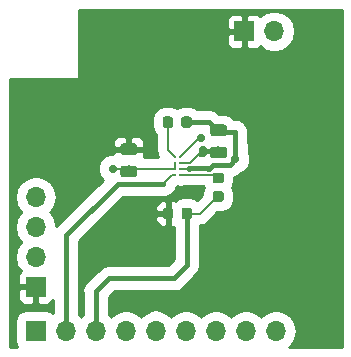
<source format=gbr>
G04 #@! TF.GenerationSoftware,KiCad,Pcbnew,(5.0.1)-3*
G04 #@! TF.CreationDate,2019-10-04T17:51:27-04:00*
G04 #@! TF.ProjectId,TPS62746,54505336323734362E6B696361645F70,rev?*
G04 #@! TF.SameCoordinates,Original*
G04 #@! TF.FileFunction,Copper,L1,Top,Signal*
G04 #@! TF.FilePolarity,Positive*
%FSLAX46Y46*%
G04 Gerber Fmt 4.6, Leading zero omitted, Abs format (unit mm)*
G04 Created by KiCad (PCBNEW (5.0.1)-3) date 10/4/2019 5:51:27 PM*
%MOMM*%
%LPD*%
G01*
G04 APERTURE LIST*
G04 #@! TA.AperFunction,Conductor*
%ADD10C,0.100000*%
G04 #@! TD*
G04 #@! TA.AperFunction,SMDPad,CuDef*
%ADD11C,0.975000*%
G04 #@! TD*
G04 #@! TA.AperFunction,SMDPad,CuDef*
%ADD12C,0.875000*%
G04 #@! TD*
G04 #@! TA.AperFunction,ComponentPad*
%ADD13R,1.700000X1.700000*%
G04 #@! TD*
G04 #@! TA.AperFunction,ComponentPad*
%ADD14O,1.700000X1.700000*%
G04 #@! TD*
G04 #@! TA.AperFunction,BGAPad,CuDef*
%ADD15C,0.265000*%
G04 #@! TD*
G04 #@! TA.AperFunction,ViaPad*
%ADD16C,0.700000*%
G04 #@! TD*
G04 #@! TA.AperFunction,Conductor*
%ADD17C,0.203200*%
G04 #@! TD*
G04 #@! TA.AperFunction,Conductor*
%ADD18C,0.457200*%
G04 #@! TD*
G04 #@! TA.AperFunction,Conductor*
%ADD19C,0.254000*%
G04 #@! TD*
G04 APERTURE END LIST*
D10*
G04 #@! TO.N,DGND*
G04 #@! TO.C,C1*
G36*
X188070142Y-74008674D02*
X188093803Y-74012184D01*
X188117007Y-74017996D01*
X188139529Y-74026054D01*
X188161153Y-74036282D01*
X188181670Y-74048579D01*
X188200883Y-74062829D01*
X188218607Y-74078893D01*
X188234671Y-74096617D01*
X188248921Y-74115830D01*
X188261218Y-74136347D01*
X188271446Y-74157971D01*
X188279504Y-74180493D01*
X188285316Y-74203697D01*
X188288826Y-74227358D01*
X188290000Y-74251250D01*
X188290000Y-74738750D01*
X188288826Y-74762642D01*
X188285316Y-74786303D01*
X188279504Y-74809507D01*
X188271446Y-74832029D01*
X188261218Y-74853653D01*
X188248921Y-74874170D01*
X188234671Y-74893383D01*
X188218607Y-74911107D01*
X188200883Y-74927171D01*
X188181670Y-74941421D01*
X188161153Y-74953718D01*
X188139529Y-74963946D01*
X188117007Y-74972004D01*
X188093803Y-74977816D01*
X188070142Y-74981326D01*
X188046250Y-74982500D01*
X187133750Y-74982500D01*
X187109858Y-74981326D01*
X187086197Y-74977816D01*
X187062993Y-74972004D01*
X187040471Y-74963946D01*
X187018847Y-74953718D01*
X186998330Y-74941421D01*
X186979117Y-74927171D01*
X186961393Y-74911107D01*
X186945329Y-74893383D01*
X186931079Y-74874170D01*
X186918782Y-74853653D01*
X186908554Y-74832029D01*
X186900496Y-74809507D01*
X186894684Y-74786303D01*
X186891174Y-74762642D01*
X186890000Y-74738750D01*
X186890000Y-74251250D01*
X186891174Y-74227358D01*
X186894684Y-74203697D01*
X186900496Y-74180493D01*
X186908554Y-74157971D01*
X186918782Y-74136347D01*
X186931079Y-74115830D01*
X186945329Y-74096617D01*
X186961393Y-74078893D01*
X186979117Y-74062829D01*
X186998330Y-74048579D01*
X187018847Y-74036282D01*
X187040471Y-74026054D01*
X187062993Y-74017996D01*
X187086197Y-74012184D01*
X187109858Y-74008674D01*
X187133750Y-74007500D01*
X188046250Y-74007500D01*
X188070142Y-74008674D01*
X188070142Y-74008674D01*
G37*
D11*
G04 #@! TD*
G04 #@! TO.P,C1,2*
G04 #@! TO.N,DGND*
X187590000Y-74495000D03*
D10*
G04 #@! TO.N,DVDD*
G04 #@! TO.C,C1*
G36*
X188070142Y-72133674D02*
X188093803Y-72137184D01*
X188117007Y-72142996D01*
X188139529Y-72151054D01*
X188161153Y-72161282D01*
X188181670Y-72173579D01*
X188200883Y-72187829D01*
X188218607Y-72203893D01*
X188234671Y-72221617D01*
X188248921Y-72240830D01*
X188261218Y-72261347D01*
X188271446Y-72282971D01*
X188279504Y-72305493D01*
X188285316Y-72328697D01*
X188288826Y-72352358D01*
X188290000Y-72376250D01*
X188290000Y-72863750D01*
X188288826Y-72887642D01*
X188285316Y-72911303D01*
X188279504Y-72934507D01*
X188271446Y-72957029D01*
X188261218Y-72978653D01*
X188248921Y-72999170D01*
X188234671Y-73018383D01*
X188218607Y-73036107D01*
X188200883Y-73052171D01*
X188181670Y-73066421D01*
X188161153Y-73078718D01*
X188139529Y-73088946D01*
X188117007Y-73097004D01*
X188093803Y-73102816D01*
X188070142Y-73106326D01*
X188046250Y-73107500D01*
X187133750Y-73107500D01*
X187109858Y-73106326D01*
X187086197Y-73102816D01*
X187062993Y-73097004D01*
X187040471Y-73088946D01*
X187018847Y-73078718D01*
X186998330Y-73066421D01*
X186979117Y-73052171D01*
X186961393Y-73036107D01*
X186945329Y-73018383D01*
X186931079Y-72999170D01*
X186918782Y-72978653D01*
X186908554Y-72957029D01*
X186900496Y-72934507D01*
X186894684Y-72911303D01*
X186891174Y-72887642D01*
X186890000Y-72863750D01*
X186890000Y-72376250D01*
X186891174Y-72352358D01*
X186894684Y-72328697D01*
X186900496Y-72305493D01*
X186908554Y-72282971D01*
X186918782Y-72261347D01*
X186931079Y-72240830D01*
X186945329Y-72221617D01*
X186961393Y-72203893D01*
X186979117Y-72187829D01*
X186998330Y-72173579D01*
X187018847Y-72161282D01*
X187040471Y-72151054D01*
X187062993Y-72142996D01*
X187086197Y-72137184D01*
X187109858Y-72133674D01*
X187133750Y-72132500D01*
X188046250Y-72132500D01*
X188070142Y-72133674D01*
X188070142Y-72133674D01*
G37*
D11*
G04 #@! TD*
G04 #@! TO.P,C1,1*
G04 #@! TO.N,DVDD*
X187590000Y-72620000D03*
D10*
G04 #@! TO.N,DGND*
G04 #@! TO.C,C2*
G36*
X180470142Y-73733674D02*
X180493803Y-73737184D01*
X180517007Y-73742996D01*
X180539529Y-73751054D01*
X180561153Y-73761282D01*
X180581670Y-73773579D01*
X180600883Y-73787829D01*
X180618607Y-73803893D01*
X180634671Y-73821617D01*
X180648921Y-73840830D01*
X180661218Y-73861347D01*
X180671446Y-73882971D01*
X180679504Y-73905493D01*
X180685316Y-73928697D01*
X180688826Y-73952358D01*
X180690000Y-73976250D01*
X180690000Y-74463750D01*
X180688826Y-74487642D01*
X180685316Y-74511303D01*
X180679504Y-74534507D01*
X180671446Y-74557029D01*
X180661218Y-74578653D01*
X180648921Y-74599170D01*
X180634671Y-74618383D01*
X180618607Y-74636107D01*
X180600883Y-74652171D01*
X180581670Y-74666421D01*
X180561153Y-74678718D01*
X180539529Y-74688946D01*
X180517007Y-74697004D01*
X180493803Y-74702816D01*
X180470142Y-74706326D01*
X180446250Y-74707500D01*
X179533750Y-74707500D01*
X179509858Y-74706326D01*
X179486197Y-74702816D01*
X179462993Y-74697004D01*
X179440471Y-74688946D01*
X179418847Y-74678718D01*
X179398330Y-74666421D01*
X179379117Y-74652171D01*
X179361393Y-74636107D01*
X179345329Y-74618383D01*
X179331079Y-74599170D01*
X179318782Y-74578653D01*
X179308554Y-74557029D01*
X179300496Y-74534507D01*
X179294684Y-74511303D01*
X179291174Y-74487642D01*
X179290000Y-74463750D01*
X179290000Y-73976250D01*
X179291174Y-73952358D01*
X179294684Y-73928697D01*
X179300496Y-73905493D01*
X179308554Y-73882971D01*
X179318782Y-73861347D01*
X179331079Y-73840830D01*
X179345329Y-73821617D01*
X179361393Y-73803893D01*
X179379117Y-73787829D01*
X179398330Y-73773579D01*
X179418847Y-73761282D01*
X179440471Y-73751054D01*
X179462993Y-73742996D01*
X179486197Y-73737184D01*
X179509858Y-73733674D01*
X179533750Y-73732500D01*
X180446250Y-73732500D01*
X180470142Y-73733674D01*
X180470142Y-73733674D01*
G37*
D11*
G04 #@! TD*
G04 #@! TO.P,C2,2*
G04 #@! TO.N,DGND*
X179990000Y-74220000D03*
D10*
G04 #@! TO.N,/LOAD_IN*
G04 #@! TO.C,C2*
G36*
X180470142Y-75608674D02*
X180493803Y-75612184D01*
X180517007Y-75617996D01*
X180539529Y-75626054D01*
X180561153Y-75636282D01*
X180581670Y-75648579D01*
X180600883Y-75662829D01*
X180618607Y-75678893D01*
X180634671Y-75696617D01*
X180648921Y-75715830D01*
X180661218Y-75736347D01*
X180671446Y-75757971D01*
X180679504Y-75780493D01*
X180685316Y-75803697D01*
X180688826Y-75827358D01*
X180690000Y-75851250D01*
X180690000Y-76338750D01*
X180688826Y-76362642D01*
X180685316Y-76386303D01*
X180679504Y-76409507D01*
X180671446Y-76432029D01*
X180661218Y-76453653D01*
X180648921Y-76474170D01*
X180634671Y-76493383D01*
X180618607Y-76511107D01*
X180600883Y-76527171D01*
X180581670Y-76541421D01*
X180561153Y-76553718D01*
X180539529Y-76563946D01*
X180517007Y-76572004D01*
X180493803Y-76577816D01*
X180470142Y-76581326D01*
X180446250Y-76582500D01*
X179533750Y-76582500D01*
X179509858Y-76581326D01*
X179486197Y-76577816D01*
X179462993Y-76572004D01*
X179440471Y-76563946D01*
X179418847Y-76553718D01*
X179398330Y-76541421D01*
X179379117Y-76527171D01*
X179361393Y-76511107D01*
X179345329Y-76493383D01*
X179331079Y-76474170D01*
X179318782Y-76453653D01*
X179308554Y-76432029D01*
X179300496Y-76409507D01*
X179294684Y-76386303D01*
X179291174Y-76362642D01*
X179290000Y-76338750D01*
X179290000Y-75851250D01*
X179291174Y-75827358D01*
X179294684Y-75803697D01*
X179300496Y-75780493D01*
X179308554Y-75757971D01*
X179318782Y-75736347D01*
X179331079Y-75715830D01*
X179345329Y-75696617D01*
X179361393Y-75678893D01*
X179379117Y-75662829D01*
X179398330Y-75648579D01*
X179418847Y-75636282D01*
X179440471Y-75626054D01*
X179462993Y-75617996D01*
X179486197Y-75612184D01*
X179509858Y-75608674D01*
X179533750Y-75607500D01*
X180446250Y-75607500D01*
X180470142Y-75608674D01*
X180470142Y-75608674D01*
G37*
D11*
G04 #@! TD*
G04 #@! TO.P,C2,1*
G04 #@! TO.N,/LOAD_IN*
X179990000Y-76095000D03*
D10*
G04 #@! TO.N,/AIN_BAT_DIV_VOLTAGE*
G04 #@! TO.C,R1*
G36*
X187837691Y-77791053D02*
X187858926Y-77794203D01*
X187879750Y-77799419D01*
X187899962Y-77806651D01*
X187919368Y-77815830D01*
X187937781Y-77826866D01*
X187955024Y-77839654D01*
X187970930Y-77854070D01*
X187985346Y-77869976D01*
X187998134Y-77887219D01*
X188009170Y-77905632D01*
X188018349Y-77925038D01*
X188025581Y-77945250D01*
X188030797Y-77966074D01*
X188033947Y-77987309D01*
X188035000Y-78008750D01*
X188035000Y-78446250D01*
X188033947Y-78467691D01*
X188030797Y-78488926D01*
X188025581Y-78509750D01*
X188018349Y-78529962D01*
X188009170Y-78549368D01*
X187998134Y-78567781D01*
X187985346Y-78585024D01*
X187970930Y-78600930D01*
X187955024Y-78615346D01*
X187937781Y-78628134D01*
X187919368Y-78639170D01*
X187899962Y-78648349D01*
X187879750Y-78655581D01*
X187858926Y-78660797D01*
X187837691Y-78663947D01*
X187816250Y-78665000D01*
X187303750Y-78665000D01*
X187282309Y-78663947D01*
X187261074Y-78660797D01*
X187240250Y-78655581D01*
X187220038Y-78648349D01*
X187200632Y-78639170D01*
X187182219Y-78628134D01*
X187164976Y-78615346D01*
X187149070Y-78600930D01*
X187134654Y-78585024D01*
X187121866Y-78567781D01*
X187110830Y-78549368D01*
X187101651Y-78529962D01*
X187094419Y-78509750D01*
X187089203Y-78488926D01*
X187086053Y-78467691D01*
X187085000Y-78446250D01*
X187085000Y-78008750D01*
X187086053Y-77987309D01*
X187089203Y-77966074D01*
X187094419Y-77945250D01*
X187101651Y-77925038D01*
X187110830Y-77905632D01*
X187121866Y-77887219D01*
X187134654Y-77869976D01*
X187149070Y-77854070D01*
X187164976Y-77839654D01*
X187182219Y-77826866D01*
X187200632Y-77815830D01*
X187220038Y-77806651D01*
X187240250Y-77799419D01*
X187261074Y-77794203D01*
X187282309Y-77791053D01*
X187303750Y-77790000D01*
X187816250Y-77790000D01*
X187837691Y-77791053D01*
X187837691Y-77791053D01*
G37*
D12*
G04 #@! TD*
G04 #@! TO.P,R1,2*
G04 #@! TO.N,/AIN_BAT_DIV_VOLTAGE*
X187560000Y-78227500D03*
D10*
G04 #@! TO.N,Net-(R1-Pad1)*
G04 #@! TO.C,R1*
G36*
X187837691Y-76216053D02*
X187858926Y-76219203D01*
X187879750Y-76224419D01*
X187899962Y-76231651D01*
X187919368Y-76240830D01*
X187937781Y-76251866D01*
X187955024Y-76264654D01*
X187970930Y-76279070D01*
X187985346Y-76294976D01*
X187998134Y-76312219D01*
X188009170Y-76330632D01*
X188018349Y-76350038D01*
X188025581Y-76370250D01*
X188030797Y-76391074D01*
X188033947Y-76412309D01*
X188035000Y-76433750D01*
X188035000Y-76871250D01*
X188033947Y-76892691D01*
X188030797Y-76913926D01*
X188025581Y-76934750D01*
X188018349Y-76954962D01*
X188009170Y-76974368D01*
X187998134Y-76992781D01*
X187985346Y-77010024D01*
X187970930Y-77025930D01*
X187955024Y-77040346D01*
X187937781Y-77053134D01*
X187919368Y-77064170D01*
X187899962Y-77073349D01*
X187879750Y-77080581D01*
X187858926Y-77085797D01*
X187837691Y-77088947D01*
X187816250Y-77090000D01*
X187303750Y-77090000D01*
X187282309Y-77088947D01*
X187261074Y-77085797D01*
X187240250Y-77080581D01*
X187220038Y-77073349D01*
X187200632Y-77064170D01*
X187182219Y-77053134D01*
X187164976Y-77040346D01*
X187149070Y-77025930D01*
X187134654Y-77010024D01*
X187121866Y-76992781D01*
X187110830Y-76974368D01*
X187101651Y-76954962D01*
X187094419Y-76934750D01*
X187089203Y-76913926D01*
X187086053Y-76892691D01*
X187085000Y-76871250D01*
X187085000Y-76433750D01*
X187086053Y-76412309D01*
X187089203Y-76391074D01*
X187094419Y-76370250D01*
X187101651Y-76350038D01*
X187110830Y-76330632D01*
X187121866Y-76312219D01*
X187134654Y-76294976D01*
X187149070Y-76279070D01*
X187164976Y-76264654D01*
X187182219Y-76251866D01*
X187200632Y-76240830D01*
X187220038Y-76231651D01*
X187240250Y-76224419D01*
X187261074Y-76219203D01*
X187282309Y-76216053D01*
X187303750Y-76215000D01*
X187816250Y-76215000D01*
X187837691Y-76216053D01*
X187837691Y-76216053D01*
G37*
D12*
G04 #@! TD*
G04 #@! TO.P,R1,1*
G04 #@! TO.N,Net-(R1-Pad1)*
X187560000Y-76652500D03*
D13*
G04 #@! TO.P,J3,1*
G04 #@! TO.N,Net-(J3-Pad1)*
X172130000Y-89620000D03*
D14*
G04 #@! TO.P,J3,2*
G04 #@! TO.N,/LOAD_SW_CTRL*
X174670000Y-89620000D03*
G04 #@! TO.P,J3,3*
G04 #@! TO.N,/AIN_BAT_DIV_VOLTAGE*
X177210000Y-89620000D03*
G04 #@! TO.P,J3,4*
G04 #@! TO.N,N/C*
X179750000Y-89620000D03*
G04 #@! TO.P,J3,5*
X182290000Y-89620000D03*
G04 #@! TO.P,J3,6*
X184830000Y-89620000D03*
G04 #@! TO.P,J3,7*
X187370000Y-89620000D03*
G04 #@! TO.P,J3,8*
X189910000Y-89620000D03*
G04 #@! TO.P,J3,9*
X192450000Y-89620000D03*
G04 #@! TD*
D10*
G04 #@! TO.N,DVDD*
G04 #@! TO.C,2.2uH1*
G36*
X185120191Y-71456053D02*
X185141426Y-71459203D01*
X185162250Y-71464419D01*
X185182462Y-71471651D01*
X185201868Y-71480830D01*
X185220281Y-71491866D01*
X185237524Y-71504654D01*
X185253430Y-71519070D01*
X185267846Y-71534976D01*
X185280634Y-71552219D01*
X185291670Y-71570632D01*
X185300849Y-71590038D01*
X185308081Y-71610250D01*
X185313297Y-71631074D01*
X185316447Y-71652309D01*
X185317500Y-71673750D01*
X185317500Y-72186250D01*
X185316447Y-72207691D01*
X185313297Y-72228926D01*
X185308081Y-72249750D01*
X185300849Y-72269962D01*
X185291670Y-72289368D01*
X185280634Y-72307781D01*
X185267846Y-72325024D01*
X185253430Y-72340930D01*
X185237524Y-72355346D01*
X185220281Y-72368134D01*
X185201868Y-72379170D01*
X185182462Y-72388349D01*
X185162250Y-72395581D01*
X185141426Y-72400797D01*
X185120191Y-72403947D01*
X185098750Y-72405000D01*
X184661250Y-72405000D01*
X184639809Y-72403947D01*
X184618574Y-72400797D01*
X184597750Y-72395581D01*
X184577538Y-72388349D01*
X184558132Y-72379170D01*
X184539719Y-72368134D01*
X184522476Y-72355346D01*
X184506570Y-72340930D01*
X184492154Y-72325024D01*
X184479366Y-72307781D01*
X184468330Y-72289368D01*
X184459151Y-72269962D01*
X184451919Y-72249750D01*
X184446703Y-72228926D01*
X184443553Y-72207691D01*
X184442500Y-72186250D01*
X184442500Y-71673750D01*
X184443553Y-71652309D01*
X184446703Y-71631074D01*
X184451919Y-71610250D01*
X184459151Y-71590038D01*
X184468330Y-71570632D01*
X184479366Y-71552219D01*
X184492154Y-71534976D01*
X184506570Y-71519070D01*
X184522476Y-71504654D01*
X184539719Y-71491866D01*
X184558132Y-71480830D01*
X184577538Y-71471651D01*
X184597750Y-71464419D01*
X184618574Y-71459203D01*
X184639809Y-71456053D01*
X184661250Y-71455000D01*
X185098750Y-71455000D01*
X185120191Y-71456053D01*
X185120191Y-71456053D01*
G37*
D12*
G04 #@! TD*
G04 #@! TO.P,2.2uH1,1*
G04 #@! TO.N,DVDD*
X184880000Y-71930000D03*
D10*
G04 #@! TO.N,Net-(2.2uH1-Pad2)*
G04 #@! TO.C,2.2uH1*
G36*
X183545191Y-71456053D02*
X183566426Y-71459203D01*
X183587250Y-71464419D01*
X183607462Y-71471651D01*
X183626868Y-71480830D01*
X183645281Y-71491866D01*
X183662524Y-71504654D01*
X183678430Y-71519070D01*
X183692846Y-71534976D01*
X183705634Y-71552219D01*
X183716670Y-71570632D01*
X183725849Y-71590038D01*
X183733081Y-71610250D01*
X183738297Y-71631074D01*
X183741447Y-71652309D01*
X183742500Y-71673750D01*
X183742500Y-72186250D01*
X183741447Y-72207691D01*
X183738297Y-72228926D01*
X183733081Y-72249750D01*
X183725849Y-72269962D01*
X183716670Y-72289368D01*
X183705634Y-72307781D01*
X183692846Y-72325024D01*
X183678430Y-72340930D01*
X183662524Y-72355346D01*
X183645281Y-72368134D01*
X183626868Y-72379170D01*
X183607462Y-72388349D01*
X183587250Y-72395581D01*
X183566426Y-72400797D01*
X183545191Y-72403947D01*
X183523750Y-72405000D01*
X183086250Y-72405000D01*
X183064809Y-72403947D01*
X183043574Y-72400797D01*
X183022750Y-72395581D01*
X183002538Y-72388349D01*
X182983132Y-72379170D01*
X182964719Y-72368134D01*
X182947476Y-72355346D01*
X182931570Y-72340930D01*
X182917154Y-72325024D01*
X182904366Y-72307781D01*
X182893330Y-72289368D01*
X182884151Y-72269962D01*
X182876919Y-72249750D01*
X182871703Y-72228926D01*
X182868553Y-72207691D01*
X182867500Y-72186250D01*
X182867500Y-71673750D01*
X182868553Y-71652309D01*
X182871703Y-71631074D01*
X182876919Y-71610250D01*
X182884151Y-71590038D01*
X182893330Y-71570632D01*
X182904366Y-71552219D01*
X182917154Y-71534976D01*
X182931570Y-71519070D01*
X182947476Y-71504654D01*
X182964719Y-71491866D01*
X182983132Y-71480830D01*
X183002538Y-71471651D01*
X183022750Y-71464419D01*
X183043574Y-71459203D01*
X183064809Y-71456053D01*
X183086250Y-71455000D01*
X183523750Y-71455000D01*
X183545191Y-71456053D01*
X183545191Y-71456053D01*
G37*
D12*
G04 #@! TD*
G04 #@! TO.P,2.2uH1,2*
G04 #@! TO.N,Net-(2.2uH1-Pad2)*
X183305000Y-71930000D03*
D10*
G04 #@! TO.N,DGND*
G04 #@! TO.C,R2*
G36*
X183562691Y-79196053D02*
X183583926Y-79199203D01*
X183604750Y-79204419D01*
X183624962Y-79211651D01*
X183644368Y-79220830D01*
X183662781Y-79231866D01*
X183680024Y-79244654D01*
X183695930Y-79259070D01*
X183710346Y-79274976D01*
X183723134Y-79292219D01*
X183734170Y-79310632D01*
X183743349Y-79330038D01*
X183750581Y-79350250D01*
X183755797Y-79371074D01*
X183758947Y-79392309D01*
X183760000Y-79413750D01*
X183760000Y-79926250D01*
X183758947Y-79947691D01*
X183755797Y-79968926D01*
X183750581Y-79989750D01*
X183743349Y-80009962D01*
X183734170Y-80029368D01*
X183723134Y-80047781D01*
X183710346Y-80065024D01*
X183695930Y-80080930D01*
X183680024Y-80095346D01*
X183662781Y-80108134D01*
X183644368Y-80119170D01*
X183624962Y-80128349D01*
X183604750Y-80135581D01*
X183583926Y-80140797D01*
X183562691Y-80143947D01*
X183541250Y-80145000D01*
X183103750Y-80145000D01*
X183082309Y-80143947D01*
X183061074Y-80140797D01*
X183040250Y-80135581D01*
X183020038Y-80128349D01*
X183000632Y-80119170D01*
X182982219Y-80108134D01*
X182964976Y-80095346D01*
X182949070Y-80080930D01*
X182934654Y-80065024D01*
X182921866Y-80047781D01*
X182910830Y-80029368D01*
X182901651Y-80009962D01*
X182894419Y-79989750D01*
X182889203Y-79968926D01*
X182886053Y-79947691D01*
X182885000Y-79926250D01*
X182885000Y-79413750D01*
X182886053Y-79392309D01*
X182889203Y-79371074D01*
X182894419Y-79350250D01*
X182901651Y-79330038D01*
X182910830Y-79310632D01*
X182921866Y-79292219D01*
X182934654Y-79274976D01*
X182949070Y-79259070D01*
X182964976Y-79244654D01*
X182982219Y-79231866D01*
X183000632Y-79220830D01*
X183020038Y-79211651D01*
X183040250Y-79204419D01*
X183061074Y-79199203D01*
X183082309Y-79196053D01*
X183103750Y-79195000D01*
X183541250Y-79195000D01*
X183562691Y-79196053D01*
X183562691Y-79196053D01*
G37*
D12*
G04 #@! TD*
G04 #@! TO.P,R2,1*
G04 #@! TO.N,DGND*
X183322500Y-79670000D03*
D10*
G04 #@! TO.N,/AIN_BAT_DIV_VOLTAGE*
G04 #@! TO.C,R2*
G36*
X185137691Y-79196053D02*
X185158926Y-79199203D01*
X185179750Y-79204419D01*
X185199962Y-79211651D01*
X185219368Y-79220830D01*
X185237781Y-79231866D01*
X185255024Y-79244654D01*
X185270930Y-79259070D01*
X185285346Y-79274976D01*
X185298134Y-79292219D01*
X185309170Y-79310632D01*
X185318349Y-79330038D01*
X185325581Y-79350250D01*
X185330797Y-79371074D01*
X185333947Y-79392309D01*
X185335000Y-79413750D01*
X185335000Y-79926250D01*
X185333947Y-79947691D01*
X185330797Y-79968926D01*
X185325581Y-79989750D01*
X185318349Y-80009962D01*
X185309170Y-80029368D01*
X185298134Y-80047781D01*
X185285346Y-80065024D01*
X185270930Y-80080930D01*
X185255024Y-80095346D01*
X185237781Y-80108134D01*
X185219368Y-80119170D01*
X185199962Y-80128349D01*
X185179750Y-80135581D01*
X185158926Y-80140797D01*
X185137691Y-80143947D01*
X185116250Y-80145000D01*
X184678750Y-80145000D01*
X184657309Y-80143947D01*
X184636074Y-80140797D01*
X184615250Y-80135581D01*
X184595038Y-80128349D01*
X184575632Y-80119170D01*
X184557219Y-80108134D01*
X184539976Y-80095346D01*
X184524070Y-80080930D01*
X184509654Y-80065024D01*
X184496866Y-80047781D01*
X184485830Y-80029368D01*
X184476651Y-80009962D01*
X184469419Y-79989750D01*
X184464203Y-79968926D01*
X184461053Y-79947691D01*
X184460000Y-79926250D01*
X184460000Y-79413750D01*
X184461053Y-79392309D01*
X184464203Y-79371074D01*
X184469419Y-79350250D01*
X184476651Y-79330038D01*
X184485830Y-79310632D01*
X184496866Y-79292219D01*
X184509654Y-79274976D01*
X184524070Y-79259070D01*
X184539976Y-79244654D01*
X184557219Y-79231866D01*
X184575632Y-79220830D01*
X184595038Y-79211651D01*
X184615250Y-79204419D01*
X184636074Y-79199203D01*
X184657309Y-79196053D01*
X184678750Y-79195000D01*
X185116250Y-79195000D01*
X185137691Y-79196053D01*
X185137691Y-79196053D01*
G37*
D12*
G04 #@! TD*
G04 #@! TO.P,R2,2*
G04 #@! TO.N,/AIN_BAT_DIV_VOLTAGE*
X184897500Y-79670000D03*
D15*
G04 #@! TO.P,U1,D2*
G04 #@! TO.N,Net-(R1-Pad1)*
X184370000Y-76370000D03*
G04 #@! TO.P,U1,D1*
G04 #@! TO.N,/LOAD_SW_CTRL*
X183870000Y-76370000D03*
G04 #@! TO.P,U1,C1*
G04 #@! TO.N,/LOAD_IN*
X183870000Y-75870000D03*
G04 #@! TO.P,U1,C2*
G04 #@! TO.N,DVDD*
X184370000Y-75870000D03*
G04 #@! TO.P,U1,B2*
G04 #@! TO.N,DGND*
X184370000Y-75370000D03*
G04 #@! TO.P,U1,B1*
G04 #@! TO.N,/LOAD_IN*
X183870000Y-75370000D03*
G04 #@! TO.P,U1,A1*
G04 #@! TO.N,Net-(2.2uH1-Pad2)*
X183870000Y-74870000D03*
G04 #@! TO.P,U1,A2*
G04 #@! TO.N,/LOAD_IN*
X184370000Y-74870000D03*
G04 #@! TD*
D13*
G04 #@! TO.P,J1,1*
G04 #@! TO.N,DGND*
X172120000Y-85890000D03*
D14*
G04 #@! TO.P,J1,2*
G04 #@! TO.N,DVDD*
X172120000Y-83350000D03*
G04 #@! TO.P,J1,3*
G04 #@! TO.N,N/C*
X172120000Y-80810000D03*
G04 #@! TO.P,J1,4*
X172120000Y-78270000D03*
G04 #@! TD*
D13*
G04 #@! TO.P,J2,1*
G04 #@! TO.N,DGND*
X189770000Y-64240000D03*
D14*
G04 #@! TO.P,J2,2*
G04 #@! TO.N,/LOAD_IN*
X192310000Y-64240000D03*
G04 #@! TD*
D16*
G04 #@! TO.N,DGND*
X186260000Y-74320000D03*
X180110000Y-79410000D03*
G04 #@! TO.N,/LOAD_IN*
X186110000Y-73300000D03*
X178640000Y-75880000D03*
G04 #@! TO.N,DVDD*
X189030000Y-75080000D03*
G04 #@! TD*
D17*
G04 #@! TO.N,*
X182290000Y-88730000D02*
X182290000Y-89620000D01*
G04 #@! TO.N,Net-(2.2uH1-Pad2)*
X183310000Y-74310000D02*
X183870000Y-74870000D01*
X183310000Y-72830000D02*
X183310000Y-74310000D01*
X183305000Y-72825000D02*
X183305000Y-71930000D01*
X183310000Y-72830000D02*
X183305000Y-72825000D01*
D18*
G04 #@! TO.N,DGND*
X187590000Y-74345000D02*
X186285000Y-74345000D01*
X186285000Y-74345000D02*
X186260000Y-74320000D01*
D17*
X185210000Y-75370000D02*
X186260000Y-74320000D01*
X184370000Y-75370000D02*
X185210000Y-75370000D01*
G04 #@! TO.N,/LOAD_IN*
X180065000Y-75870000D02*
X179990000Y-75945000D01*
X183870000Y-75870000D02*
X180065000Y-75870000D01*
X184370000Y-74870000D02*
X185940000Y-73300000D01*
X185940000Y-73300000D02*
X186110000Y-73300000D01*
X179925000Y-75880000D02*
X179990000Y-75945000D01*
X178640000Y-75880000D02*
X179925000Y-75880000D01*
X183870000Y-75370000D02*
X183870000Y-75870000D01*
G04 #@! TO.N,/AIN_BAT_DIV_VOLTAGE*
X186007500Y-79670000D02*
X184897500Y-79670000D01*
X187610000Y-78067500D02*
X186007500Y-79670000D01*
D18*
X184897500Y-80245000D02*
X184910000Y-80257500D01*
X184897500Y-79670000D02*
X184897500Y-80245000D01*
X184910000Y-80257500D02*
X184910000Y-84020000D01*
X184910000Y-84020000D02*
X183790000Y-85140000D01*
X183790000Y-85140000D02*
X178340000Y-85140000D01*
X177210000Y-86270000D02*
X177210000Y-89620000D01*
X178340000Y-85140000D02*
X177210000Y-86270000D01*
D17*
G04 #@! TO.N,/LOAD_SW_CTRL*
X183682617Y-76370000D02*
X182912617Y-77140000D01*
X183870000Y-76370000D02*
X183682617Y-76370000D01*
D18*
X179970000Y-77140000D02*
X179060000Y-77140000D01*
X174670000Y-81530000D02*
X174670000Y-89620000D01*
X179060000Y-77140000D02*
X174670000Y-81530000D01*
X179970000Y-77140000D02*
X182912617Y-77140000D01*
D17*
G04 #@! TO.N,Net-(R1-Pad1)*
X187487500Y-76370000D02*
X187610000Y-76492500D01*
X184370000Y-76370000D02*
X187487500Y-76370000D01*
G04 #@! TO.N,DVDD*
X187590000Y-72770000D02*
X188165000Y-72770000D01*
D18*
X186750000Y-71930000D02*
X187590000Y-72770000D01*
X184880000Y-71930000D02*
X186750000Y-71930000D01*
D17*
X184370000Y-75870000D02*
X185110000Y-75870000D01*
D18*
X186722610Y-75852610D02*
X185127390Y-75852610D01*
X186740000Y-75870000D02*
X186722610Y-75852610D01*
X186747513Y-75870000D02*
X186740000Y-75870000D01*
X187097513Y-75520000D02*
X186747513Y-75870000D01*
X185127390Y-75852610D02*
X185110000Y-75870000D01*
X189030000Y-75080000D02*
X188970000Y-72770000D01*
X188970000Y-72770000D02*
X187590000Y-72770000D01*
X189030000Y-75080000D02*
X188590000Y-75520000D01*
X188590000Y-75520000D02*
X187097513Y-75520000D01*
G04 #@! TD*
D19*
G04 #@! TO.N,DGND*
G36*
X198011001Y-90971000D02*
X193558203Y-90971000D01*
X193703749Y-90873749D01*
X194088102Y-90298524D01*
X194223069Y-89620000D01*
X194088102Y-88941476D01*
X193703749Y-88366251D01*
X193128524Y-87981898D01*
X192621276Y-87881000D01*
X192278724Y-87881000D01*
X191771476Y-87981898D01*
X191196251Y-88366251D01*
X191180000Y-88390572D01*
X191163749Y-88366251D01*
X190588524Y-87981898D01*
X190081276Y-87881000D01*
X189738724Y-87881000D01*
X189231476Y-87981898D01*
X188656251Y-88366251D01*
X188640000Y-88390572D01*
X188623749Y-88366251D01*
X188048524Y-87981898D01*
X187541276Y-87881000D01*
X187198724Y-87881000D01*
X186691476Y-87981898D01*
X186116251Y-88366251D01*
X186100000Y-88390572D01*
X186083749Y-88366251D01*
X185508524Y-87981898D01*
X185001276Y-87881000D01*
X184658724Y-87881000D01*
X184151476Y-87981898D01*
X183576251Y-88366251D01*
X183560000Y-88390572D01*
X183543749Y-88366251D01*
X182968524Y-87981898D01*
X182947017Y-87977620D01*
X182676512Y-87796875D01*
X182290000Y-87719993D01*
X181903487Y-87796875D01*
X181632983Y-87977620D01*
X181611476Y-87981898D01*
X181036251Y-88366251D01*
X181020000Y-88390572D01*
X181003749Y-88366251D01*
X180428524Y-87981898D01*
X179921276Y-87881000D01*
X179578724Y-87881000D01*
X179071476Y-87981898D01*
X178496251Y-88366251D01*
X178480000Y-88390572D01*
X178463749Y-88366251D01*
X178327600Y-88275279D01*
X178327600Y-86732924D01*
X178802925Y-86257600D01*
X183679927Y-86257600D01*
X183790000Y-86279495D01*
X183900073Y-86257600D01*
X184226066Y-86192756D01*
X184595745Y-85945745D01*
X184658100Y-85852425D01*
X185622427Y-84888098D01*
X185715745Y-84825745D01*
X185962756Y-84456066D01*
X186027600Y-84130073D01*
X186049495Y-84020001D01*
X186027600Y-83909929D01*
X186027600Y-80676009D01*
X186105065Y-80660600D01*
X186105066Y-80660600D01*
X186394013Y-80603125D01*
X186721683Y-80384183D01*
X186776952Y-80301467D01*
X187507003Y-79571416D01*
X187816250Y-79571416D01*
X188246832Y-79485768D01*
X188611863Y-79241863D01*
X188855768Y-78876832D01*
X188941416Y-78446250D01*
X188941416Y-78008750D01*
X188855768Y-77578168D01*
X188763447Y-77440000D01*
X188855768Y-77301832D01*
X188941416Y-76871250D01*
X188941416Y-76589594D01*
X189026066Y-76572756D01*
X189395745Y-76325745D01*
X189447628Y-76248096D01*
X189731837Y-76130373D01*
X190080373Y-75781837D01*
X190269000Y-75326452D01*
X190269000Y-74833548D01*
X190133050Y-74505337D01*
X190090462Y-72865685D01*
X190109495Y-72770000D01*
X190084745Y-72645573D01*
X190084365Y-72630946D01*
X190063297Y-72537749D01*
X190022756Y-72333934D01*
X190014395Y-72321422D01*
X190011078Y-72306746D01*
X189891206Y-72137055D01*
X189775745Y-71964255D01*
X189763231Y-71955893D01*
X189754551Y-71943606D01*
X189578872Y-71832709D01*
X189406066Y-71717244D01*
X189391305Y-71714308D01*
X189378583Y-71706277D01*
X189173826Y-71671049D01*
X189080073Y-71652400D01*
X189065435Y-71652400D01*
X188940413Y-71630890D01*
X188909586Y-71637859D01*
X188859540Y-71562960D01*
X188486399Y-71313635D01*
X188046250Y-71226084D01*
X187626608Y-71226084D01*
X187618100Y-71217575D01*
X187555745Y-71124255D01*
X187186066Y-70877244D01*
X186860073Y-70812400D01*
X186750000Y-70790505D01*
X186639927Y-70812400D01*
X185795980Y-70812400D01*
X185529332Y-70634232D01*
X185098750Y-70548584D01*
X184661250Y-70548584D01*
X184230668Y-70634232D01*
X184092500Y-70726553D01*
X183954332Y-70634232D01*
X183523750Y-70548584D01*
X183086250Y-70548584D01*
X182655668Y-70634232D01*
X182290637Y-70878137D01*
X182046732Y-71243168D01*
X181961084Y-71673750D01*
X181961084Y-72186250D01*
X182046732Y-72616832D01*
X182290637Y-72981863D01*
X182319400Y-73001082D01*
X182319401Y-74212431D01*
X182299993Y-74310000D01*
X182368003Y-74651904D01*
X182376876Y-74696513D01*
X182499077Y-74879400D01*
X181306116Y-74879400D01*
X181325000Y-74833809D01*
X181325000Y-74505750D01*
X181166250Y-74347000D01*
X180117000Y-74347000D01*
X180117000Y-74367000D01*
X179863000Y-74367000D01*
X179863000Y-74347000D01*
X178813750Y-74347000D01*
X178655000Y-74505750D01*
X178655000Y-74641000D01*
X178393548Y-74641000D01*
X177938163Y-74829627D01*
X177589627Y-75178163D01*
X177401000Y-75633548D01*
X177401000Y-76126452D01*
X177589627Y-76581837D01*
X177813633Y-76805843D01*
X173957576Y-80661900D01*
X173874634Y-80717320D01*
X173758102Y-80131476D01*
X173373749Y-79556251D01*
X173349428Y-79540000D01*
X173373749Y-79523749D01*
X173758102Y-78948524D01*
X173893069Y-78270000D01*
X173758102Y-77591476D01*
X173373749Y-77016251D01*
X172798524Y-76631898D01*
X172291276Y-76531000D01*
X171948724Y-76531000D01*
X171441476Y-76631898D01*
X170866251Y-77016251D01*
X170481898Y-77591476D01*
X170346931Y-78270000D01*
X170481898Y-78948524D01*
X170866251Y-79523749D01*
X170890572Y-79540000D01*
X170866251Y-79556251D01*
X170481898Y-80131476D01*
X170346931Y-80810000D01*
X170481898Y-81488524D01*
X170866251Y-82063749D01*
X170890572Y-82080000D01*
X170866251Y-82096251D01*
X170481898Y-82671476D01*
X170346931Y-83350000D01*
X170481898Y-84028524D01*
X170843009Y-84568965D01*
X170731673Y-84680301D01*
X170635000Y-84913690D01*
X170635000Y-85604250D01*
X170793750Y-85763000D01*
X171993000Y-85763000D01*
X171993000Y-85743000D01*
X172247000Y-85743000D01*
X172247000Y-85763000D01*
X172267000Y-85763000D01*
X172267000Y-86017000D01*
X172247000Y-86017000D01*
X172247000Y-87216250D01*
X172405750Y-87375000D01*
X173096309Y-87375000D01*
X173329698Y-87278327D01*
X173508327Y-87099699D01*
X173552401Y-86993296D01*
X173552401Y-88083275D01*
X173326870Y-87932581D01*
X172980000Y-87863584D01*
X171280000Y-87863584D01*
X170933130Y-87932581D01*
X170639067Y-88129067D01*
X170442581Y-88423130D01*
X170373584Y-88770000D01*
X170373584Y-90470000D01*
X170442581Y-90816870D01*
X170545567Y-90971000D01*
X169929000Y-90971000D01*
X169929000Y-86175750D01*
X170635000Y-86175750D01*
X170635000Y-86866310D01*
X170731673Y-87099699D01*
X170910302Y-87278327D01*
X171143691Y-87375000D01*
X171834250Y-87375000D01*
X171993000Y-87216250D01*
X171993000Y-86017000D01*
X170793750Y-86017000D01*
X170635000Y-86175750D01*
X169929000Y-86175750D01*
X169929000Y-73606191D01*
X178655000Y-73606191D01*
X178655000Y-73934250D01*
X178813750Y-74093000D01*
X179863000Y-74093000D01*
X179863000Y-73256250D01*
X180117000Y-73256250D01*
X180117000Y-74093000D01*
X181166250Y-74093000D01*
X181325000Y-73934250D01*
X181325000Y-73606191D01*
X181228327Y-73372802D01*
X181049699Y-73194173D01*
X180816310Y-73097500D01*
X180275750Y-73097500D01*
X180117000Y-73256250D01*
X179863000Y-73256250D01*
X179704250Y-73097500D01*
X179163690Y-73097500D01*
X178930301Y-73194173D01*
X178751673Y-73372802D01*
X178655000Y-73606191D01*
X169929000Y-73606191D01*
X169929000Y-68268349D01*
X175629807Y-68277000D01*
X175678423Y-68267406D01*
X175719666Y-68239939D01*
X175747259Y-68198779D01*
X175757000Y-68150000D01*
X175757000Y-64525750D01*
X188285000Y-64525750D01*
X188285000Y-65216309D01*
X188381673Y-65449698D01*
X188560301Y-65628327D01*
X188793690Y-65725000D01*
X189484250Y-65725000D01*
X189643000Y-65566250D01*
X189643000Y-64367000D01*
X188443750Y-64367000D01*
X188285000Y-64525750D01*
X175757000Y-64525750D01*
X175757000Y-63263691D01*
X188285000Y-63263691D01*
X188285000Y-63954250D01*
X188443750Y-64113000D01*
X189643000Y-64113000D01*
X189643000Y-62913750D01*
X189897000Y-62913750D01*
X189897000Y-64113000D01*
X189917000Y-64113000D01*
X189917000Y-64367000D01*
X189897000Y-64367000D01*
X189897000Y-65566250D01*
X190055750Y-65725000D01*
X190746310Y-65725000D01*
X190979699Y-65628327D01*
X191091035Y-65516991D01*
X191631476Y-65878102D01*
X192138724Y-65979000D01*
X192481276Y-65979000D01*
X192988524Y-65878102D01*
X193563749Y-65493749D01*
X193948102Y-64918524D01*
X194083069Y-64240000D01*
X193948102Y-63561476D01*
X193563749Y-62986251D01*
X192988524Y-62601898D01*
X192481276Y-62501000D01*
X192138724Y-62501000D01*
X191631476Y-62601898D01*
X191091035Y-62963009D01*
X190979699Y-62851673D01*
X190746310Y-62755000D01*
X190055750Y-62755000D01*
X189897000Y-62913750D01*
X189643000Y-62913750D01*
X189484250Y-62755000D01*
X188793690Y-62755000D01*
X188560301Y-62851673D01*
X188381673Y-63030302D01*
X188285000Y-63263691D01*
X175757000Y-63263691D01*
X175757000Y-62439000D01*
X198011000Y-62439000D01*
X198011001Y-90971000D01*
X198011001Y-90971000D01*
G37*
X198011001Y-90971000D02*
X193558203Y-90971000D01*
X193703749Y-90873749D01*
X194088102Y-90298524D01*
X194223069Y-89620000D01*
X194088102Y-88941476D01*
X193703749Y-88366251D01*
X193128524Y-87981898D01*
X192621276Y-87881000D01*
X192278724Y-87881000D01*
X191771476Y-87981898D01*
X191196251Y-88366251D01*
X191180000Y-88390572D01*
X191163749Y-88366251D01*
X190588524Y-87981898D01*
X190081276Y-87881000D01*
X189738724Y-87881000D01*
X189231476Y-87981898D01*
X188656251Y-88366251D01*
X188640000Y-88390572D01*
X188623749Y-88366251D01*
X188048524Y-87981898D01*
X187541276Y-87881000D01*
X187198724Y-87881000D01*
X186691476Y-87981898D01*
X186116251Y-88366251D01*
X186100000Y-88390572D01*
X186083749Y-88366251D01*
X185508524Y-87981898D01*
X185001276Y-87881000D01*
X184658724Y-87881000D01*
X184151476Y-87981898D01*
X183576251Y-88366251D01*
X183560000Y-88390572D01*
X183543749Y-88366251D01*
X182968524Y-87981898D01*
X182947017Y-87977620D01*
X182676512Y-87796875D01*
X182290000Y-87719993D01*
X181903487Y-87796875D01*
X181632983Y-87977620D01*
X181611476Y-87981898D01*
X181036251Y-88366251D01*
X181020000Y-88390572D01*
X181003749Y-88366251D01*
X180428524Y-87981898D01*
X179921276Y-87881000D01*
X179578724Y-87881000D01*
X179071476Y-87981898D01*
X178496251Y-88366251D01*
X178480000Y-88390572D01*
X178463749Y-88366251D01*
X178327600Y-88275279D01*
X178327600Y-86732924D01*
X178802925Y-86257600D01*
X183679927Y-86257600D01*
X183790000Y-86279495D01*
X183900073Y-86257600D01*
X184226066Y-86192756D01*
X184595745Y-85945745D01*
X184658100Y-85852425D01*
X185622427Y-84888098D01*
X185715745Y-84825745D01*
X185962756Y-84456066D01*
X186027600Y-84130073D01*
X186049495Y-84020001D01*
X186027600Y-83909929D01*
X186027600Y-80676009D01*
X186105065Y-80660600D01*
X186105066Y-80660600D01*
X186394013Y-80603125D01*
X186721683Y-80384183D01*
X186776952Y-80301467D01*
X187507003Y-79571416D01*
X187816250Y-79571416D01*
X188246832Y-79485768D01*
X188611863Y-79241863D01*
X188855768Y-78876832D01*
X188941416Y-78446250D01*
X188941416Y-78008750D01*
X188855768Y-77578168D01*
X188763447Y-77440000D01*
X188855768Y-77301832D01*
X188941416Y-76871250D01*
X188941416Y-76589594D01*
X189026066Y-76572756D01*
X189395745Y-76325745D01*
X189447628Y-76248096D01*
X189731837Y-76130373D01*
X190080373Y-75781837D01*
X190269000Y-75326452D01*
X190269000Y-74833548D01*
X190133050Y-74505337D01*
X190090462Y-72865685D01*
X190109495Y-72770000D01*
X190084745Y-72645573D01*
X190084365Y-72630946D01*
X190063297Y-72537749D01*
X190022756Y-72333934D01*
X190014395Y-72321422D01*
X190011078Y-72306746D01*
X189891206Y-72137055D01*
X189775745Y-71964255D01*
X189763231Y-71955893D01*
X189754551Y-71943606D01*
X189578872Y-71832709D01*
X189406066Y-71717244D01*
X189391305Y-71714308D01*
X189378583Y-71706277D01*
X189173826Y-71671049D01*
X189080073Y-71652400D01*
X189065435Y-71652400D01*
X188940413Y-71630890D01*
X188909586Y-71637859D01*
X188859540Y-71562960D01*
X188486399Y-71313635D01*
X188046250Y-71226084D01*
X187626608Y-71226084D01*
X187618100Y-71217575D01*
X187555745Y-71124255D01*
X187186066Y-70877244D01*
X186860073Y-70812400D01*
X186750000Y-70790505D01*
X186639927Y-70812400D01*
X185795980Y-70812400D01*
X185529332Y-70634232D01*
X185098750Y-70548584D01*
X184661250Y-70548584D01*
X184230668Y-70634232D01*
X184092500Y-70726553D01*
X183954332Y-70634232D01*
X183523750Y-70548584D01*
X183086250Y-70548584D01*
X182655668Y-70634232D01*
X182290637Y-70878137D01*
X182046732Y-71243168D01*
X181961084Y-71673750D01*
X181961084Y-72186250D01*
X182046732Y-72616832D01*
X182290637Y-72981863D01*
X182319400Y-73001082D01*
X182319401Y-74212431D01*
X182299993Y-74310000D01*
X182368003Y-74651904D01*
X182376876Y-74696513D01*
X182499077Y-74879400D01*
X181306116Y-74879400D01*
X181325000Y-74833809D01*
X181325000Y-74505750D01*
X181166250Y-74347000D01*
X180117000Y-74347000D01*
X180117000Y-74367000D01*
X179863000Y-74367000D01*
X179863000Y-74347000D01*
X178813750Y-74347000D01*
X178655000Y-74505750D01*
X178655000Y-74641000D01*
X178393548Y-74641000D01*
X177938163Y-74829627D01*
X177589627Y-75178163D01*
X177401000Y-75633548D01*
X177401000Y-76126452D01*
X177589627Y-76581837D01*
X177813633Y-76805843D01*
X173957576Y-80661900D01*
X173874634Y-80717320D01*
X173758102Y-80131476D01*
X173373749Y-79556251D01*
X173349428Y-79540000D01*
X173373749Y-79523749D01*
X173758102Y-78948524D01*
X173893069Y-78270000D01*
X173758102Y-77591476D01*
X173373749Y-77016251D01*
X172798524Y-76631898D01*
X172291276Y-76531000D01*
X171948724Y-76531000D01*
X171441476Y-76631898D01*
X170866251Y-77016251D01*
X170481898Y-77591476D01*
X170346931Y-78270000D01*
X170481898Y-78948524D01*
X170866251Y-79523749D01*
X170890572Y-79540000D01*
X170866251Y-79556251D01*
X170481898Y-80131476D01*
X170346931Y-80810000D01*
X170481898Y-81488524D01*
X170866251Y-82063749D01*
X170890572Y-82080000D01*
X170866251Y-82096251D01*
X170481898Y-82671476D01*
X170346931Y-83350000D01*
X170481898Y-84028524D01*
X170843009Y-84568965D01*
X170731673Y-84680301D01*
X170635000Y-84913690D01*
X170635000Y-85604250D01*
X170793750Y-85763000D01*
X171993000Y-85763000D01*
X171993000Y-85743000D01*
X172247000Y-85743000D01*
X172247000Y-85763000D01*
X172267000Y-85763000D01*
X172267000Y-86017000D01*
X172247000Y-86017000D01*
X172247000Y-87216250D01*
X172405750Y-87375000D01*
X173096309Y-87375000D01*
X173329698Y-87278327D01*
X173508327Y-87099699D01*
X173552401Y-86993296D01*
X173552401Y-88083275D01*
X173326870Y-87932581D01*
X172980000Y-87863584D01*
X171280000Y-87863584D01*
X170933130Y-87932581D01*
X170639067Y-88129067D01*
X170442581Y-88423130D01*
X170373584Y-88770000D01*
X170373584Y-90470000D01*
X170442581Y-90816870D01*
X170545567Y-90971000D01*
X169929000Y-90971000D01*
X169929000Y-86175750D01*
X170635000Y-86175750D01*
X170635000Y-86866310D01*
X170731673Y-87099699D01*
X170910302Y-87278327D01*
X171143691Y-87375000D01*
X171834250Y-87375000D01*
X171993000Y-87216250D01*
X171993000Y-86017000D01*
X170793750Y-86017000D01*
X170635000Y-86175750D01*
X169929000Y-86175750D01*
X169929000Y-73606191D01*
X178655000Y-73606191D01*
X178655000Y-73934250D01*
X178813750Y-74093000D01*
X179863000Y-74093000D01*
X179863000Y-73256250D01*
X180117000Y-73256250D01*
X180117000Y-74093000D01*
X181166250Y-74093000D01*
X181325000Y-73934250D01*
X181325000Y-73606191D01*
X181228327Y-73372802D01*
X181049699Y-73194173D01*
X180816310Y-73097500D01*
X180275750Y-73097500D01*
X180117000Y-73256250D01*
X179863000Y-73256250D01*
X179704250Y-73097500D01*
X179163690Y-73097500D01*
X178930301Y-73194173D01*
X178751673Y-73372802D01*
X178655000Y-73606191D01*
X169929000Y-73606191D01*
X169929000Y-68268349D01*
X175629807Y-68277000D01*
X175678423Y-68267406D01*
X175719666Y-68239939D01*
X175747259Y-68198779D01*
X175757000Y-68150000D01*
X175757000Y-64525750D01*
X188285000Y-64525750D01*
X188285000Y-65216309D01*
X188381673Y-65449698D01*
X188560301Y-65628327D01*
X188793690Y-65725000D01*
X189484250Y-65725000D01*
X189643000Y-65566250D01*
X189643000Y-64367000D01*
X188443750Y-64367000D01*
X188285000Y-64525750D01*
X175757000Y-64525750D01*
X175757000Y-63263691D01*
X188285000Y-63263691D01*
X188285000Y-63954250D01*
X188443750Y-64113000D01*
X189643000Y-64113000D01*
X189643000Y-62913750D01*
X189897000Y-62913750D01*
X189897000Y-64113000D01*
X189917000Y-64113000D01*
X189917000Y-64367000D01*
X189897000Y-64367000D01*
X189897000Y-65566250D01*
X190055750Y-65725000D01*
X190746310Y-65725000D01*
X190979699Y-65628327D01*
X191091035Y-65516991D01*
X191631476Y-65878102D01*
X192138724Y-65979000D01*
X192481276Y-65979000D01*
X192988524Y-65878102D01*
X193563749Y-65493749D01*
X193948102Y-64918524D01*
X194083069Y-64240000D01*
X193948102Y-63561476D01*
X193563749Y-62986251D01*
X192988524Y-62601898D01*
X192481276Y-62501000D01*
X192138724Y-62501000D01*
X191631476Y-62601898D01*
X191091035Y-62963009D01*
X190979699Y-62851673D01*
X190746310Y-62755000D01*
X190055750Y-62755000D01*
X189897000Y-62913750D01*
X189643000Y-62913750D01*
X189484250Y-62755000D01*
X188793690Y-62755000D01*
X188560301Y-62851673D01*
X188381673Y-63030302D01*
X188285000Y-63263691D01*
X175757000Y-63263691D01*
X175757000Y-62439000D01*
X198011000Y-62439000D01*
X198011001Y-90971000D01*
G36*
X186356553Y-77440000D02*
X186264232Y-77578168D01*
X186178584Y-78008750D01*
X186178584Y-78097996D01*
X185759949Y-78516632D01*
X185546832Y-78374232D01*
X185116250Y-78288584D01*
X184678750Y-78288584D01*
X184248168Y-78374232D01*
X183938063Y-78581437D01*
X183886309Y-78560000D01*
X183608250Y-78560000D01*
X183449500Y-78718750D01*
X183449500Y-79543000D01*
X183469500Y-79543000D01*
X183469500Y-79797000D01*
X183449500Y-79797000D01*
X183449500Y-80621250D01*
X183608250Y-80780000D01*
X183792400Y-80780000D01*
X183792401Y-83557074D01*
X183327076Y-84022400D01*
X178450071Y-84022400D01*
X178339999Y-84000505D01*
X178229927Y-84022400D01*
X177903934Y-84087244D01*
X177534255Y-84334255D01*
X177471902Y-84427573D01*
X176497575Y-85401900D01*
X176404255Y-85464255D01*
X176204641Y-85763000D01*
X176157244Y-85833935D01*
X176070505Y-86270000D01*
X176092400Y-86380074D01*
X176092401Y-88275279D01*
X175956251Y-88366251D01*
X175940000Y-88390572D01*
X175923749Y-88366251D01*
X175787600Y-88275279D01*
X175787600Y-81992924D01*
X177824774Y-79955750D01*
X182250000Y-79955750D01*
X182250000Y-80271310D01*
X182346673Y-80504699D01*
X182525302Y-80683327D01*
X182758691Y-80780000D01*
X183036750Y-80780000D01*
X183195500Y-80621250D01*
X183195500Y-79797000D01*
X182408750Y-79797000D01*
X182250000Y-79955750D01*
X177824774Y-79955750D01*
X178711834Y-79068690D01*
X182250000Y-79068690D01*
X182250000Y-79384250D01*
X182408750Y-79543000D01*
X183195500Y-79543000D01*
X183195500Y-78718750D01*
X183036750Y-78560000D01*
X182758691Y-78560000D01*
X182525302Y-78656673D01*
X182346673Y-78835301D01*
X182250000Y-79068690D01*
X178711834Y-79068690D01*
X179522925Y-78257600D01*
X183022690Y-78257600D01*
X183348683Y-78192756D01*
X183718362Y-77945745D01*
X183965373Y-77576066D01*
X183987199Y-77466337D01*
X184062037Y-77391500D01*
X184073189Y-77391500D01*
X184120000Y-77372110D01*
X184166811Y-77391500D01*
X184573189Y-77391500D01*
X184647788Y-77360600D01*
X186303499Y-77360600D01*
X186356553Y-77440000D01*
X186356553Y-77440000D01*
G37*
X186356553Y-77440000D02*
X186264232Y-77578168D01*
X186178584Y-78008750D01*
X186178584Y-78097996D01*
X185759949Y-78516632D01*
X185546832Y-78374232D01*
X185116250Y-78288584D01*
X184678750Y-78288584D01*
X184248168Y-78374232D01*
X183938063Y-78581437D01*
X183886309Y-78560000D01*
X183608250Y-78560000D01*
X183449500Y-78718750D01*
X183449500Y-79543000D01*
X183469500Y-79543000D01*
X183469500Y-79797000D01*
X183449500Y-79797000D01*
X183449500Y-80621250D01*
X183608250Y-80780000D01*
X183792400Y-80780000D01*
X183792401Y-83557074D01*
X183327076Y-84022400D01*
X178450071Y-84022400D01*
X178339999Y-84000505D01*
X178229927Y-84022400D01*
X177903934Y-84087244D01*
X177534255Y-84334255D01*
X177471902Y-84427573D01*
X176497575Y-85401900D01*
X176404255Y-85464255D01*
X176204641Y-85763000D01*
X176157244Y-85833935D01*
X176070505Y-86270000D01*
X176092400Y-86380074D01*
X176092401Y-88275279D01*
X175956251Y-88366251D01*
X175940000Y-88390572D01*
X175923749Y-88366251D01*
X175787600Y-88275279D01*
X175787600Y-81992924D01*
X177824774Y-79955750D01*
X182250000Y-79955750D01*
X182250000Y-80271310D01*
X182346673Y-80504699D01*
X182525302Y-80683327D01*
X182758691Y-80780000D01*
X183036750Y-80780000D01*
X183195500Y-80621250D01*
X183195500Y-79797000D01*
X182408750Y-79797000D01*
X182250000Y-79955750D01*
X177824774Y-79955750D01*
X178711834Y-79068690D01*
X182250000Y-79068690D01*
X182250000Y-79384250D01*
X182408750Y-79543000D01*
X183195500Y-79543000D01*
X183195500Y-78718750D01*
X183036750Y-78560000D01*
X182758691Y-78560000D01*
X182525302Y-78656673D01*
X182346673Y-78835301D01*
X182250000Y-79068690D01*
X178711834Y-79068690D01*
X179522925Y-78257600D01*
X183022690Y-78257600D01*
X183348683Y-78192756D01*
X183718362Y-77945745D01*
X183965373Y-77576066D01*
X183987199Y-77466337D01*
X184062037Y-77391500D01*
X184073189Y-77391500D01*
X184120000Y-77372110D01*
X184166811Y-77391500D01*
X184573189Y-77391500D01*
X184647788Y-77360600D01*
X186303499Y-77360600D01*
X186356553Y-77440000D01*
G36*
X186255000Y-74622002D02*
X186413748Y-74622002D01*
X186381355Y-74654395D01*
X186291768Y-74714255D01*
X186277900Y-74735010D01*
X185905910Y-74735010D01*
X186101920Y-74539000D01*
X186255000Y-74539000D01*
X186255000Y-74622002D01*
X186255000Y-74622002D01*
G37*
X186255000Y-74622002D02*
X186413748Y-74622002D01*
X186381355Y-74654395D01*
X186291768Y-74714255D01*
X186277900Y-74735010D01*
X185905910Y-74735010D01*
X186101920Y-74539000D01*
X186255000Y-74539000D01*
X186255000Y-74622002D01*
G36*
X187717000Y-74368000D02*
X187737000Y-74368000D01*
X187737000Y-74402400D01*
X187443000Y-74402400D01*
X187443000Y-74368000D01*
X187463000Y-74368000D01*
X187463000Y-74348000D01*
X187717000Y-74348000D01*
X187717000Y-74368000D01*
X187717000Y-74368000D01*
G37*
X187717000Y-74368000D02*
X187737000Y-74368000D01*
X187737000Y-74402400D01*
X187443000Y-74402400D01*
X187443000Y-74368000D01*
X187463000Y-74368000D01*
X187463000Y-74348000D01*
X187717000Y-74348000D01*
X187717000Y-74368000D01*
G04 #@! TD*
M02*

</source>
